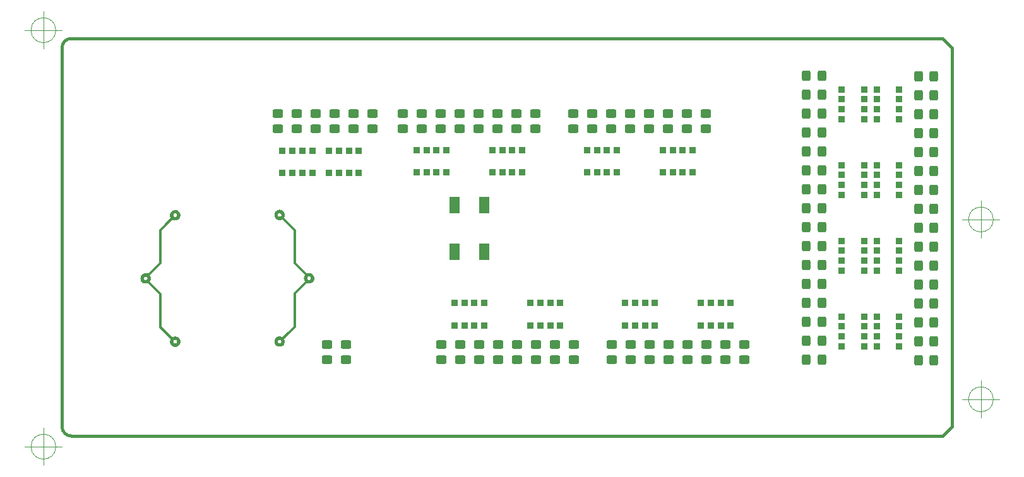
<source format=gbr>
%TF.GenerationSoftware,KiCad,Pcbnew,(6.0.9)*%
%TF.CreationDate,2023-01-12T16:46:16+01:00*%
%TF.ProjectId,MEGA board tester,4d454741-2062-46f6-9172-642074657374,rev?*%
%TF.SameCoordinates,PX7b9033cPY64bc73c*%
%TF.FileFunction,Paste,Top*%
%TF.FilePolarity,Positive*%
%FSLAX46Y46*%
G04 Gerber Fmt 4.6, Leading zero omitted, Abs format (unit mm)*
G04 Created by KiCad (PCBNEW (6.0.9)) date 2023-01-12 16:46:16*
%MOMM*%
%LPD*%
G01*
G04 APERTURE LIST*
G04 Aperture macros list*
%AMRoundRect*
0 Rectangle with rounded corners*
0 $1 Rounding radius*
0 $2 $3 $4 $5 $6 $7 $8 $9 X,Y pos of 4 corners*
0 Add a 4 corners polygon primitive as box body*
4,1,4,$2,$3,$4,$5,$6,$7,$8,$9,$2,$3,0*
0 Add four circle primitives for the rounded corners*
1,1,$1+$1,$2,$3*
1,1,$1+$1,$4,$5*
1,1,$1+$1,$6,$7*
1,1,$1+$1,$8,$9*
0 Add four rect primitives between the rounded corners*
20,1,$1+$1,$2,$3,$4,$5,0*
20,1,$1+$1,$4,$5,$6,$7,0*
20,1,$1+$1,$6,$7,$8,$9,0*
20,1,$1+$1,$8,$9,$2,$3,0*%
G04 Aperture macros list end*
%TA.AperFunction,Profile*%
%ADD10C,0.100000*%
%TD*%
%TA.AperFunction,Profile*%
%ADD11C,0.381000*%
%TD*%
%ADD12RoundRect,0.250000X-0.450000X0.325000X-0.450000X-0.325000X0.450000X-0.325000X0.450000X0.325000X0*%
%ADD13RoundRect,0.250000X0.325000X0.450000X-0.325000X0.450000X-0.325000X-0.450000X0.325000X-0.450000X0*%
%ADD14RoundRect,0.250000X0.450000X-0.325000X0.450000X0.325000X-0.450000X0.325000X-0.450000X-0.325000X0*%
%ADD15R,0.900000X0.900000*%
%ADD16RoundRect,0.250000X-0.325000X-0.450000X0.325000X-0.450000X0.325000X0.450000X-0.325000X0.450000X0*%
%ADD17R,1.400000X2.300000*%
G04 APERTURE END LIST*
D10*
X127396666Y30480000D02*
G75*
G03*
X127396666Y30480000I-1666666J0D01*
G01*
X123230000Y30480000D02*
X128230000Y30480000D01*
X125730000Y32980000D02*
X125730000Y27980000D01*
X127396666Y6350000D02*
G75*
G03*
X127396666Y6350000I-1666666J0D01*
G01*
X123230000Y6350000D02*
X128230000Y6350000D01*
X125730000Y8850000D02*
X125730000Y3850000D01*
X1666666Y55880000D02*
G75*
G03*
X1666666Y55880000I-1666666J0D01*
G01*
X-2500000Y55880000D02*
X2500000Y55880000D01*
X0Y58380000D02*
X0Y53380000D01*
X1666666Y0D02*
G75*
G03*
X1666666Y0I-1666666J0D01*
G01*
X-2500000Y0D02*
X2500000Y0D01*
X0Y2500000D02*
X0Y-2500000D01*
D11*
%TO.C,J1*%
X121869000Y53500000D02*
X121869000Y2700000D01*
X121869000Y2700000D02*
X120599000Y1430000D01*
X3759000Y54770000D02*
X120599000Y54770000D01*
X2489000Y2700000D02*
X2489000Y53500000D01*
X3759000Y1430000D02*
X120599000Y1430000D01*
X120599000Y54770000D02*
X121869000Y53500000D01*
X2489000Y2700000D02*
G75*
G03*
X3759000Y1430000I1269999J-1D01*
G01*
X3759000Y54770000D02*
G75*
G03*
X2489000Y53500000I-1J-1269999D01*
G01*
%TO.C,REF\u002A\u002A*%
G36*
X16993581Y14243126D02*
G01*
X17013211Y14311023D01*
X17041045Y14378621D01*
X17074354Y14451597D01*
X15499610Y16026241D01*
X15499610Y20460997D01*
X14756626Y21204033D01*
X14013643Y21947069D01*
X13924469Y21916618D01*
X13880910Y21902640D01*
X13843934Y21893627D01*
X13806322Y21888496D01*
X13760853Y21886165D01*
X13717513Y21885604D01*
X13657567Y21886259D01*
X13610986Y21889442D01*
X13570724Y21895996D01*
X13529731Y21906763D01*
X13522917Y21908845D01*
X13426753Y21944346D01*
X13344012Y21988339D01*
X13268155Y22044726D01*
X13219357Y22089956D01*
X13177478Y22133320D01*
X13146412Y22170700D01*
X13121114Y22209081D01*
X13096542Y22255447D01*
X13089760Y22269442D01*
X13057992Y22340655D01*
X13036503Y22402545D01*
X13023576Y22462397D01*
X13017499Y22527494D01*
X13016701Y22566473D01*
X13473738Y22566473D01*
X13485619Y22502660D01*
X13493051Y22483831D01*
X13520898Y22433758D01*
X13555081Y22397552D01*
X13602100Y22368596D01*
X13609973Y22364794D01*
X13675930Y22344293D01*
X13743390Y22343072D01*
X13808361Y22361191D01*
X13809691Y22361789D01*
X13859764Y22389635D01*
X13895970Y22423819D01*
X13924926Y22470837D01*
X13928728Y22478710D01*
X13948306Y22542934D01*
X13949816Y22610002D01*
X13933981Y22675065D01*
X13901523Y22733273D01*
X13888430Y22748917D01*
X13851054Y22778475D01*
X13801616Y22802641D01*
X13748447Y22817975D01*
X13712392Y22821615D01*
X13661713Y22814809D01*
X13608744Y22796684D01*
X13561813Y22770680D01*
X13536355Y22748917D01*
X13500009Y22695131D01*
X13478836Y22632473D01*
X13473738Y22566473D01*
X13016701Y22566473D01*
X13016401Y22581130D01*
X13018643Y22654415D01*
X13026511Y22717261D01*
X13041720Y22776953D01*
X13065985Y22840774D01*
X13089760Y22892818D01*
X13114900Y22942225D01*
X13139571Y22982077D01*
X13168755Y23019284D01*
X13207434Y23060754D01*
X13220048Y23073474D01*
X13263833Y23115543D01*
X13301504Y23146782D01*
X13339971Y23172173D01*
X13386141Y23196699D01*
X13400705Y23203762D01*
X13471917Y23235530D01*
X13533808Y23257019D01*
X13593659Y23269946D01*
X13658757Y23276023D01*
X13712392Y23277121D01*
X13806406Y23272582D01*
X13888538Y23258150D01*
X13965464Y23232605D01*
X13973030Y23229433D01*
X14018587Y23209998D01*
X14759098Y23950457D01*
X15499610Y24690915D01*
X15499610Y29115435D01*
X16288585Y29904459D01*
X17077559Y30693483D01*
X17042647Y30769927D01*
X17012452Y30843431D01*
X16993188Y30910825D01*
X16982999Y30980746D01*
X16980030Y31061452D01*
X17435786Y31061452D01*
X17443548Y31005056D01*
X17464407Y30947964D01*
X17494722Y30899692D01*
X17499984Y30893665D01*
X17546664Y30856997D01*
X17604439Y30833160D01*
X17667632Y30823224D01*
X17730568Y30828260D01*
X17773320Y30842111D01*
X17823393Y30869958D01*
X17859599Y30904141D01*
X17888555Y30951160D01*
X17892357Y30959033D01*
X17911935Y31023256D01*
X17913445Y31090324D01*
X17897610Y31155387D01*
X17865152Y31213595D01*
X17852059Y31229239D01*
X17814683Y31258797D01*
X17765245Y31282963D01*
X17712076Y31298297D01*
X17676021Y31301938D01*
X17625342Y31295132D01*
X17572373Y31277006D01*
X17525443Y31251002D01*
X17499984Y31229239D01*
X17468539Y31183165D01*
X17445991Y31126809D01*
X17435981Y31069687D01*
X17435786Y31061452D01*
X16980030Y31061452D01*
X16982272Y31134737D01*
X16990140Y31197584D01*
X17005349Y31257275D01*
X17029614Y31321097D01*
X17053389Y31373140D01*
X17078529Y31422547D01*
X17103200Y31462400D01*
X17132384Y31499607D01*
X17171063Y31541077D01*
X17183677Y31553797D01*
X17227462Y31595865D01*
X17265133Y31627104D01*
X17303600Y31652496D01*
X17349770Y31677022D01*
X17364334Y31684085D01*
X17435546Y31715852D01*
X17497437Y31737342D01*
X17557288Y31750268D01*
X17622386Y31756346D01*
X17676021Y31757444D01*
X17749307Y31755202D01*
X17812153Y31747334D01*
X17871845Y31732124D01*
X17935666Y31707860D01*
X17987709Y31684085D01*
X18037116Y31658944D01*
X18076969Y31634273D01*
X18114176Y31605090D01*
X18155646Y31566411D01*
X18168366Y31553797D01*
X18210435Y31510012D01*
X18241673Y31472340D01*
X18267065Y31433874D01*
X18291591Y31387704D01*
X18298654Y31373140D01*
X18330421Y31301927D01*
X18351911Y31240037D01*
X18364837Y31180185D01*
X18370915Y31115088D01*
X18372013Y31061452D01*
X18369771Y30988167D01*
X18361903Y30925321D01*
X18346693Y30865629D01*
X18322429Y30801808D01*
X18298654Y30749764D01*
X18273457Y30700231D01*
X18248825Y30660471D01*
X18219715Y30623500D01*
X18181084Y30582333D01*
X18169057Y30570278D01*
X18077949Y30491729D01*
X17981638Y30432686D01*
X17878547Y30392493D01*
X17767099Y30370497D01*
X17676021Y30365546D01*
X17575091Y30371273D01*
X17483563Y30389718D01*
X17393449Y30422770D01*
X17352983Y30442026D01*
X17295513Y30471037D01*
X16556311Y29731783D01*
X15817110Y28992529D01*
X15817110Y24567747D01*
X15039496Y23790383D01*
X14261881Y23013019D01*
X14286536Y22980695D01*
X14308792Y22945782D01*
X14333646Y22897824D01*
X14358112Y22843484D01*
X14379200Y22789424D01*
X14393924Y22742306D01*
X14394531Y22739880D01*
X14402529Y22691212D01*
X14406939Y22629766D01*
X14407762Y22562930D01*
X14404997Y22498095D01*
X14398645Y22442648D01*
X14394531Y22422380D01*
X14379609Y22373850D01*
X14357901Y22318204D01*
X14332497Y22262275D01*
X14306486Y22212896D01*
X14284371Y22178725D01*
X14257550Y22143562D01*
X15817110Y20583902D01*
X15817110Y16149141D01*
X16552352Y15413953D01*
X17287593Y14678764D01*
X17374267Y14718884D01*
X17446983Y14749803D01*
X17511428Y14770139D01*
X17575646Y14781693D01*
X17647679Y14786269D01*
X17676021Y14786557D01*
X17749307Y14784315D01*
X17812153Y14776447D01*
X17871845Y14761237D01*
X17935666Y14736973D01*
X17987709Y14713198D01*
X18037116Y14688057D01*
X18076969Y14663386D01*
X18114176Y14634202D01*
X18155646Y14595524D01*
X18168366Y14582910D01*
X18210435Y14539125D01*
X18241673Y14501453D01*
X18267065Y14462987D01*
X18291591Y14416817D01*
X18298654Y14402253D01*
X18330421Y14331040D01*
X18351911Y14269150D01*
X18364837Y14209298D01*
X18370915Y14144201D01*
X18372013Y14090565D01*
X18369771Y14017280D01*
X18361903Y13954434D01*
X18346693Y13894742D01*
X18322429Y13830921D01*
X18298654Y13778877D01*
X18273457Y13729344D01*
X18248825Y13689584D01*
X18219715Y13652613D01*
X18181084Y13611446D01*
X18169057Y13599391D01*
X18090034Y13529711D01*
X18007827Y13476348D01*
X17915943Y13435405D01*
X17870680Y13420290D01*
X17812485Y13406784D01*
X17744088Y13397542D01*
X17673338Y13393117D01*
X17608088Y13394061D01*
X17566058Y13398879D01*
X17449015Y13429633D01*
X17342597Y13477581D01*
X17245133Y13543599D01*
X17182986Y13599391D01*
X17141107Y13642755D01*
X17110041Y13680135D01*
X17084743Y13718516D01*
X17060171Y13764883D01*
X17053389Y13778877D01*
X17021621Y13850090D01*
X17000132Y13911980D01*
X16987205Y13971832D01*
X16981128Y14036930D01*
X16980030Y14090565D01*
X17435786Y14090565D01*
X17443548Y14034169D01*
X17464407Y13977076D01*
X17494722Y13928805D01*
X17499984Y13922778D01*
X17546664Y13886110D01*
X17604439Y13862272D01*
X17667632Y13852337D01*
X17730568Y13857373D01*
X17773320Y13871224D01*
X17823393Y13899071D01*
X17859599Y13933254D01*
X17888555Y13980273D01*
X17892357Y13988146D01*
X17911935Y14052369D01*
X17913445Y14119437D01*
X17897610Y14184500D01*
X17865152Y14242708D01*
X17852059Y14258352D01*
X17814683Y14287910D01*
X17765245Y14312076D01*
X17712076Y14327410D01*
X17676021Y14331051D01*
X17625342Y14324244D01*
X17572373Y14306119D01*
X17525443Y14280115D01*
X17499984Y14258352D01*
X17468539Y14212278D01*
X17445991Y14155922D01*
X17435981Y14098800D01*
X17435786Y14090565D01*
X16980030Y14090565D01*
X16983119Y14172464D01*
X16993581Y14243126D01*
G37*
G36*
X30987399Y14247181D02*
G01*
X31002608Y14306872D01*
X31026873Y14370693D01*
X31050648Y14422737D01*
X31075788Y14472144D01*
X31100459Y14511997D01*
X31129643Y14549204D01*
X31168322Y14590673D01*
X31180936Y14603394D01*
X31224721Y14645462D01*
X31262392Y14676701D01*
X31300859Y14702092D01*
X31347029Y14726619D01*
X31361592Y14733682D01*
X31432805Y14765449D01*
X31494695Y14786939D01*
X31554547Y14799865D01*
X31619645Y14805943D01*
X31673280Y14807041D01*
X31749913Y14804467D01*
X31815936Y14795542D01*
X31879390Y14778464D01*
X31948319Y14751428D01*
X31975035Y14739367D01*
X32061709Y14699248D01*
X32802071Y15439557D01*
X33542433Y16179867D01*
X33542433Y20614628D01*
X35091751Y22164046D01*
X35064931Y22199209D01*
X35041145Y22236295D01*
X35015079Y22286315D01*
X34989823Y22342436D01*
X34968467Y22397824D01*
X34954771Y22442864D01*
X34948602Y22478731D01*
X34943847Y22526905D01*
X34941218Y22579220D01*
X34940918Y22601614D01*
X35396674Y22601614D01*
X35404436Y22545217D01*
X35425295Y22488125D01*
X35455610Y22439853D01*
X35460872Y22433827D01*
X35507551Y22397158D01*
X35565326Y22373321D01*
X35628520Y22363385D01*
X35691456Y22368421D01*
X35734208Y22382273D01*
X35784281Y22410119D01*
X35820487Y22444303D01*
X35849443Y22491321D01*
X35853245Y22499194D01*
X35872823Y22563418D01*
X35874333Y22630486D01*
X35858497Y22695548D01*
X35826040Y22753757D01*
X35812947Y22769401D01*
X35775571Y22798959D01*
X35726133Y22823125D01*
X35672964Y22838459D01*
X35636909Y22842099D01*
X35586230Y22835293D01*
X35533261Y22817168D01*
X35486330Y22791163D01*
X35460872Y22769401D01*
X35429427Y22723326D01*
X35406879Y22666970D01*
X35396869Y22609848D01*
X35396674Y22601614D01*
X34940918Y22601614D01*
X34942376Y22653152D01*
X34946277Y22704170D01*
X34951907Y22746502D01*
X34954771Y22760364D01*
X34969693Y22808893D01*
X34991400Y22864539D01*
X35016804Y22920469D01*
X35042815Y22969847D01*
X35064931Y23004018D01*
X35091751Y23039181D01*
X33542433Y24588599D01*
X33542433Y29033496D01*
X32804761Y29771222D01*
X32067088Y30508947D01*
X31980611Y30466608D01*
X31898720Y30431390D01*
X31820545Y30409190D01*
X31737859Y30398151D01*
X31668159Y30396079D01*
X31595602Y30398712D01*
X31532731Y30407194D01*
X31472295Y30423260D01*
X31407041Y30448650D01*
X31361592Y30469545D01*
X31312185Y30494686D01*
X31272333Y30519357D01*
X31235126Y30548541D01*
X31193656Y30587220D01*
X31180936Y30599834D01*
X31138867Y30643618D01*
X31107628Y30681290D01*
X31082237Y30719757D01*
X31057711Y30765927D01*
X31050648Y30780490D01*
X31018880Y30851703D01*
X30997391Y30913593D01*
X30984464Y30973445D01*
X30978387Y31038543D01*
X30977289Y31092178D01*
X31433045Y31092178D01*
X31440807Y31035781D01*
X31461666Y30978689D01*
X31491981Y30930418D01*
X31497243Y30924391D01*
X31543922Y30887723D01*
X31601697Y30863885D01*
X31664891Y30853949D01*
X31727827Y30858986D01*
X31770579Y30872837D01*
X31820652Y30900684D01*
X31856858Y30934867D01*
X31885813Y30981886D01*
X31889616Y30989759D01*
X31909194Y31053982D01*
X31910704Y31121050D01*
X31894868Y31186113D01*
X31862411Y31244321D01*
X31849318Y31259965D01*
X31811942Y31289523D01*
X31762504Y31313689D01*
X31709335Y31329023D01*
X31673280Y31332663D01*
X31622601Y31325857D01*
X31569632Y31307732D01*
X31522701Y31281728D01*
X31497243Y31259965D01*
X31465798Y31213891D01*
X31443250Y31157535D01*
X31433240Y31100413D01*
X31433045Y31092178D01*
X30977289Y31092178D01*
X30979531Y31165463D01*
X30987399Y31228310D01*
X31002608Y31288001D01*
X31026873Y31351822D01*
X31050648Y31403866D01*
X31075788Y31453273D01*
X31100459Y31493126D01*
X31129643Y31530333D01*
X31168322Y31571802D01*
X31180936Y31584523D01*
X31224721Y31626591D01*
X31262392Y31657830D01*
X31300859Y31683222D01*
X31347029Y31707748D01*
X31361592Y31714811D01*
X31432805Y31746578D01*
X31494695Y31768068D01*
X31554547Y31780994D01*
X31619645Y31787072D01*
X31673280Y31788170D01*
X31746565Y31785928D01*
X31809412Y31778059D01*
X31869103Y31762850D01*
X31932924Y31738586D01*
X31984968Y31714811D01*
X32034375Y31689670D01*
X32074228Y31664999D01*
X32111435Y31635815D01*
X32152905Y31597136D01*
X32165625Y31584523D01*
X32207693Y31540738D01*
X32238932Y31503066D01*
X32264324Y31464600D01*
X32288850Y31418430D01*
X32295913Y31403866D01*
X32327680Y31332653D01*
X32349170Y31270763D01*
X32362096Y31210911D01*
X32368174Y31145813D01*
X32369272Y31092178D01*
X32366061Y31009533D01*
X32355224Y30937790D01*
X32334949Y30868208D01*
X32310245Y30807160D01*
X32279213Y30737222D01*
X33069573Y29946813D01*
X33859933Y29156403D01*
X33859933Y24711505D01*
X34598872Y23972514D01*
X35337810Y23233523D01*
X35379819Y23251438D01*
X35457765Y23277954D01*
X35542563Y23292998D01*
X35636909Y23297605D01*
X35710194Y23295363D01*
X35773041Y23287495D01*
X35832732Y23272286D01*
X35896553Y23248021D01*
X35948597Y23224246D01*
X35998004Y23199106D01*
X36037857Y23174435D01*
X36075064Y23145251D01*
X36116534Y23106572D01*
X36129254Y23093958D01*
X36171322Y23050173D01*
X36202561Y23012502D01*
X36227953Y22974035D01*
X36252479Y22927865D01*
X36259542Y22913301D01*
X36291309Y22842089D01*
X36312799Y22780198D01*
X36325725Y22720347D01*
X36331803Y22655249D01*
X36332901Y22601614D01*
X36330659Y22528328D01*
X36322791Y22465482D01*
X36307581Y22405790D01*
X36283317Y22341969D01*
X36259542Y22289926D01*
X36234401Y22240519D01*
X36209730Y22200666D01*
X36180546Y22163459D01*
X36141868Y22121989D01*
X36129254Y22109269D01*
X36085469Y22067200D01*
X36047797Y22035962D01*
X36009331Y22010570D01*
X35963161Y21986044D01*
X35948597Y21978981D01*
X35877384Y21947214D01*
X35815494Y21925724D01*
X35755642Y21912798D01*
X35690545Y21906720D01*
X35636909Y21905622D01*
X35539957Y21910513D01*
X35455438Y21925875D01*
X35379819Y21951789D01*
X35337810Y21969704D01*
X34598872Y21230713D01*
X33859933Y20491722D01*
X33859933Y16056967D01*
X33067441Y15264524D01*
X32274948Y14472081D01*
X32308257Y14399105D01*
X32337951Y14326235D01*
X32356819Y14258426D01*
X32366656Y14187205D01*
X32369272Y14111049D01*
X32367030Y14037764D01*
X32359162Y13974918D01*
X32343952Y13915226D01*
X32319688Y13851405D01*
X32295913Y13799361D01*
X32238977Y13703494D01*
X32165782Y13617507D01*
X32079085Y13543669D01*
X31981646Y13484248D01*
X31876221Y13441513D01*
X31852514Y13434652D01*
X31817158Y13427472D01*
X31770829Y13421219D01*
X31719514Y13416338D01*
X31669201Y13413277D01*
X31625875Y13412482D01*
X31595524Y13414398D01*
X31591345Y13415190D01*
X31569931Y13419775D01*
X31537205Y13426410D01*
X31514530Y13430874D01*
X31480384Y13440277D01*
X31435347Y13456450D01*
X31386679Y13476670D01*
X31361592Y13488241D01*
X31311998Y13513586D01*
X31271925Y13538510D01*
X31234434Y13568026D01*
X31192585Y13607145D01*
X31180936Y13618705D01*
X31138867Y13662489D01*
X31107628Y13700161D01*
X31082237Y13738628D01*
X31057711Y13784798D01*
X31050648Y13799361D01*
X31018880Y13870574D01*
X30997391Y13932464D01*
X30984464Y13992316D01*
X30978387Y14057414D01*
X30977289Y14111049D01*
X31433045Y14111049D01*
X31440807Y14054652D01*
X31461666Y13997560D01*
X31491981Y13949289D01*
X31497243Y13943262D01*
X31543922Y13906594D01*
X31601697Y13882756D01*
X31664891Y13872820D01*
X31727827Y13877857D01*
X31770579Y13891708D01*
X31820652Y13919555D01*
X31856858Y13953738D01*
X31885813Y14000757D01*
X31889616Y14008630D01*
X31909194Y14072853D01*
X31910704Y14139921D01*
X31894868Y14204984D01*
X31862411Y14263192D01*
X31849318Y14278836D01*
X31811942Y14308394D01*
X31762504Y14332560D01*
X31709335Y14347894D01*
X31673280Y14351534D01*
X31622601Y14344728D01*
X31569632Y14326603D01*
X31522701Y14300599D01*
X31497243Y14278836D01*
X31465798Y14232762D01*
X31443250Y14176406D01*
X31433240Y14119284D01*
X31433045Y14111049D01*
X30977289Y14111049D01*
X30979531Y14184334D01*
X30987399Y14247181D01*
G37*
%TD*%
D12*
%TO.C,D71*%
X40614500Y13681500D03*
X40614500Y11631500D03*
%TD*%
D13*
%TO.C,D39*%
X104389500Y29429500D03*
X102339500Y29429500D03*
%TD*%
D14*
%TO.C,D9*%
X41630500Y42644500D03*
X41630500Y44694500D03*
%TD*%
D13*
%TO.C,D53*%
X104389500Y11649500D03*
X102339500Y11649500D03*
%TD*%
D15*
%TO.C,RN16*%
X107059500Y27619500D03*
X107059500Y26279500D03*
X107059500Y24959500D03*
X107059500Y23619500D03*
X110059500Y23619500D03*
X110059500Y24959500D03*
X110059500Y26279500D03*
X110059500Y27619500D03*
%TD*%
D13*
%TO.C,D37*%
X104389500Y31969500D03*
X102339500Y31969500D03*
%TD*%
D14*
%TO.C,D10*%
X39070500Y42644500D03*
X39070500Y44694500D03*
%TD*%
D15*
%TO.C,RN6*%
X64204500Y39819500D03*
X62864500Y39819500D03*
X61544500Y39819500D03*
X60204500Y39819500D03*
X60204500Y36819500D03*
X61544500Y36819500D03*
X62864500Y36819500D03*
X64204500Y36819500D03*
%TD*%
D14*
%TO.C,D16*%
X76174500Y42644500D03*
X76174500Y44694500D03*
%TD*%
D16*
%TO.C,D36*%
X117389500Y31899500D03*
X119439500Y31899500D03*
%TD*%
D12*
%TO.C,D54*%
X53340000Y13725000D03*
X53340000Y11675000D03*
%TD*%
D14*
%TO.C,D15*%
X73634500Y42644500D03*
X73634500Y44694500D03*
%TD*%
%TO.C,D1*%
X63474500Y42619500D03*
X63474500Y44669500D03*
%TD*%
D13*
%TO.C,D35*%
X104389500Y34509500D03*
X102339500Y34509500D03*
%TD*%
D15*
%TO.C,RN14*%
X107059500Y37779500D03*
X107059500Y36439500D03*
X107059500Y35119500D03*
X107059500Y33779500D03*
X110059500Y33779500D03*
X110059500Y35119500D03*
X110059500Y36439500D03*
X110059500Y37779500D03*
%TD*%
D16*
%TO.C,D44*%
X117389500Y21739500D03*
X119439500Y21739500D03*
%TD*%
D13*
%TO.C,D49*%
X104389500Y16729500D03*
X102339500Y16729500D03*
%TD*%
D12*
%TO.C,D60*%
X68580000Y13725000D03*
X68580000Y11675000D03*
%TD*%
D14*
%TO.C,D0*%
X66014500Y42619500D03*
X66014500Y44669500D03*
%TD*%
D15*
%TO.C,RN11*%
X111758500Y47939500D03*
X111758500Y46599500D03*
X111758500Y45279500D03*
X111758500Y43939500D03*
X114758500Y43939500D03*
X114758500Y45279500D03*
X114758500Y46599500D03*
X114758500Y47939500D03*
%TD*%
D16*
%TO.C,D38*%
X117389500Y29359500D03*
X119439500Y29359500D03*
%TD*%
%TO.C,D42*%
X117389500Y24279500D03*
X119439500Y24279500D03*
%TD*%
%TO.C,D52*%
X117389500Y11579500D03*
X119439500Y11579500D03*
%TD*%
D15*
%TO.C,RN4*%
X54044500Y39819500D03*
X52704500Y39819500D03*
X51384500Y39819500D03*
X50044500Y39819500D03*
X50044500Y36819500D03*
X51384500Y36819500D03*
X52704500Y36819500D03*
X54044500Y36819500D03*
%TD*%
%TO.C,RN3*%
X55143300Y16272300D03*
X56483300Y16272300D03*
X57803300Y16272300D03*
X59143300Y16272300D03*
X59143300Y19272300D03*
X57803300Y19272300D03*
X56483300Y19272300D03*
X55143300Y19272300D03*
%TD*%
%TO.C,RN18*%
X107059500Y17459500D03*
X107059500Y16119500D03*
X107059500Y14799500D03*
X107059500Y13459500D03*
X110059500Y13459500D03*
X110059500Y14799500D03*
X110059500Y16119500D03*
X110059500Y17459500D03*
%TD*%
D14*
%TO.C,D7*%
X48234500Y42644500D03*
X48234500Y44694500D03*
%TD*%
D13*
%TO.C,D23*%
X104389500Y49749500D03*
X102339500Y49749500D03*
%TD*%
D14*
%TO.C,D5*%
X53314500Y42619500D03*
X53314500Y44669500D03*
%TD*%
D12*
%TO.C,D58*%
X63500000Y13725000D03*
X63500000Y11675000D03*
%TD*%
D15*
%TO.C,RN13*%
X111758500Y37779500D03*
X111758500Y36439500D03*
X111758500Y35119500D03*
X111758500Y33779500D03*
X114758500Y33779500D03*
X114758500Y35119500D03*
X114758500Y36439500D03*
X114758500Y37779500D03*
%TD*%
D12*
%TO.C,D57*%
X60960000Y13725000D03*
X60960000Y11675000D03*
%TD*%
%TO.C,D62*%
X76200000Y13725000D03*
X76200000Y11675000D03*
%TD*%
D13*
%TO.C,D33*%
X104389500Y37049500D03*
X102339500Y37049500D03*
%TD*%
D12*
%TO.C,D69*%
X93980000Y13725000D03*
X93980000Y11675000D03*
%TD*%
D16*
%TO.C,D34*%
X117389500Y34439500D03*
X119439500Y34439500D03*
%TD*%
D13*
%TO.C,D43*%
X104389500Y24349500D03*
X102339500Y24349500D03*
%TD*%
D14*
%TO.C,D8*%
X44170500Y42644500D03*
X44170500Y44694500D03*
%TD*%
D13*
%TO.C,D45*%
X104389500Y21809500D03*
X102339500Y21809500D03*
%TD*%
D15*
%TO.C,RN17*%
X111758500Y17459500D03*
X111758500Y16119500D03*
X111758500Y14799500D03*
X111758500Y13459500D03*
X114758500Y13459500D03*
X114758500Y14799500D03*
X114758500Y16119500D03*
X114758500Y17459500D03*
%TD*%
D16*
%TO.C,D48*%
X117389500Y16659500D03*
X119439500Y16659500D03*
%TD*%
%TO.C,D50*%
X117389500Y14119500D03*
X119439500Y14119500D03*
%TD*%
D14*
%TO.C,D21*%
X88874500Y42644500D03*
X88874500Y44694500D03*
%TD*%
%TO.C,D2*%
X60934500Y42619500D03*
X60934500Y44669500D03*
%TD*%
%TO.C,D19*%
X83794500Y42619500D03*
X83794500Y44669500D03*
%TD*%
D13*
%TO.C,D31*%
X104389500Y39589500D03*
X102339500Y39589500D03*
%TD*%
D12*
%TO.C,D66*%
X86360000Y13725000D03*
X86360000Y11675000D03*
%TD*%
D15*
%TO.C,RN15*%
X111758500Y27619500D03*
X111758500Y26279500D03*
X111758500Y24959500D03*
X111758500Y23619500D03*
X114758500Y23619500D03*
X114758500Y24959500D03*
X114758500Y26279500D03*
X114758500Y27619500D03*
%TD*%
D16*
%TO.C,D28*%
X117389500Y42059500D03*
X119439500Y42059500D03*
%TD*%
%TO.C,D22*%
X117389500Y49679500D03*
X119439500Y49679500D03*
%TD*%
D15*
%TO.C,RN8*%
X76904500Y39819500D03*
X75564500Y39819500D03*
X74244500Y39819500D03*
X72904500Y39819500D03*
X72904500Y36819500D03*
X74244500Y36819500D03*
X75564500Y36819500D03*
X76904500Y36819500D03*
%TD*%
%TO.C,RN5*%
X65309900Y16270900D03*
X66649900Y16270900D03*
X67969900Y16270900D03*
X69309900Y16270900D03*
X69309900Y19270900D03*
X67969900Y19270900D03*
X66649900Y19270900D03*
X65309900Y19270900D03*
%TD*%
D17*
%TO.C,RESET1*%
X55124500Y32452500D03*
X55124500Y26152500D03*
X59124500Y26152500D03*
X59124500Y32452500D03*
%TD*%
D15*
%TO.C,RN9*%
X88169900Y16270900D03*
X89509900Y16270900D03*
X90829900Y16270900D03*
X92169900Y16270900D03*
X92169900Y19270900D03*
X90829900Y19270900D03*
X89509900Y19270900D03*
X88169900Y19270900D03*
%TD*%
D12*
%TO.C,D59*%
X66040000Y13725000D03*
X66040000Y11675000D03*
%TD*%
D13*
%TO.C,D27*%
X104389500Y44669500D03*
X102339500Y44669500D03*
%TD*%
D14*
%TO.C,D3*%
X58394500Y42644500D03*
X58394500Y44694500D03*
%TD*%
D16*
%TO.C,D40*%
X117389500Y26819500D03*
X119439500Y26819500D03*
%TD*%
D14*
%TO.C,D17*%
X78714500Y42619500D03*
X78714500Y44669500D03*
%TD*%
D12*
%TO.C,D65*%
X83820000Y13725000D03*
X83820000Y11675000D03*
%TD*%
D14*
%TO.C,D20*%
X86334500Y42644500D03*
X86334500Y44694500D03*
%TD*%
D12*
%TO.C,D64*%
X81280000Y13725000D03*
X81280000Y11675000D03*
%TD*%
D16*
%TO.C,D32*%
X117389500Y36979500D03*
X119439500Y36979500D03*
%TD*%
D13*
%TO.C,D41*%
X104389500Y26889500D03*
X102339500Y26889500D03*
%TD*%
D12*
%TO.C,D56*%
X58420000Y13725000D03*
X58420000Y11675000D03*
%TD*%
D15*
%TO.C,RN12*%
X107059500Y47939500D03*
X107059500Y46599500D03*
X107059500Y45279500D03*
X107059500Y43939500D03*
X110059500Y43939500D03*
X110059500Y45279500D03*
X110059500Y46599500D03*
X110059500Y47939500D03*
%TD*%
%TO.C,RN7*%
X78009900Y16270900D03*
X79349900Y16270900D03*
X80669900Y16270900D03*
X82009900Y16270900D03*
X82009900Y19270900D03*
X80669900Y19270900D03*
X79349900Y19270900D03*
X78009900Y19270900D03*
%TD*%
%TO.C,RN1*%
X36061300Y39718698D03*
X34721300Y39718698D03*
X33401300Y39718698D03*
X32061300Y39718698D03*
X32061300Y36718698D03*
X33401300Y36718698D03*
X34721300Y36718698D03*
X36061300Y36718698D03*
%TD*%
D14*
%TO.C,D4*%
X55854500Y42644500D03*
X55854500Y44694500D03*
%TD*%
D12*
%TO.C,D70*%
X38074500Y13681500D03*
X38074500Y11631500D03*
%TD*%
%TO.C,D68*%
X91440000Y13725000D03*
X91440000Y11675000D03*
%TD*%
D13*
%TO.C,D47*%
X104389500Y19269500D03*
X102339500Y19269500D03*
%TD*%
D14*
%TO.C,D12*%
X33990500Y42619500D03*
X33990500Y44669500D03*
%TD*%
D12*
%TO.C,D67*%
X88900000Y13725000D03*
X88900000Y11675000D03*
%TD*%
%TO.C,D61*%
X71120000Y13725000D03*
X71120000Y11675000D03*
%TD*%
D15*
%TO.C,RN10*%
X87064500Y39819500D03*
X85724500Y39819500D03*
X84404500Y39819500D03*
X83064500Y39819500D03*
X83064500Y36819500D03*
X84404500Y36819500D03*
X85724500Y36819500D03*
X87064500Y36819500D03*
%TD*%
D16*
%TO.C,D24*%
X117389500Y47139500D03*
X119439500Y47139500D03*
%TD*%
%TO.C,D46*%
X117389500Y19199500D03*
X119439500Y19199500D03*
%TD*%
D15*
%TO.C,RN2*%
X42309700Y39692500D03*
X40969700Y39692500D03*
X39649700Y39692500D03*
X38309700Y39692500D03*
X38309700Y36692500D03*
X39649700Y36692500D03*
X40969700Y36692500D03*
X42309700Y36692500D03*
%TD*%
D14*
%TO.C,D18*%
X81254500Y42619500D03*
X81254500Y44669500D03*
%TD*%
D12*
%TO.C,D63*%
X78740000Y13725000D03*
X78740000Y11675000D03*
%TD*%
D14*
%TO.C,D13*%
X31450500Y42644500D03*
X31450500Y44694500D03*
%TD*%
%TO.C,D6*%
X50774500Y42619500D03*
X50774500Y44669500D03*
%TD*%
D16*
%TO.C,D26*%
X117389500Y44599500D03*
X119439500Y44599500D03*
%TD*%
D14*
%TO.C,D11*%
X36530500Y42644500D03*
X36530500Y44694500D03*
%TD*%
D13*
%TO.C,D25*%
X104389500Y47209500D03*
X102339500Y47209500D03*
%TD*%
%TO.C,D29*%
X104389500Y42129500D03*
X102339500Y42129500D03*
%TD*%
%TO.C,D51*%
X104389500Y14189500D03*
X102339500Y14189500D03*
%TD*%
D16*
%TO.C,D30*%
X117389500Y39519500D03*
X119439500Y39519500D03*
%TD*%
D14*
%TO.C,D14*%
X71094500Y42644500D03*
X71094500Y44694500D03*
%TD*%
D12*
%TO.C,D55*%
X55880000Y13725000D03*
X55880000Y11675000D03*
%TD*%
M02*

</source>
